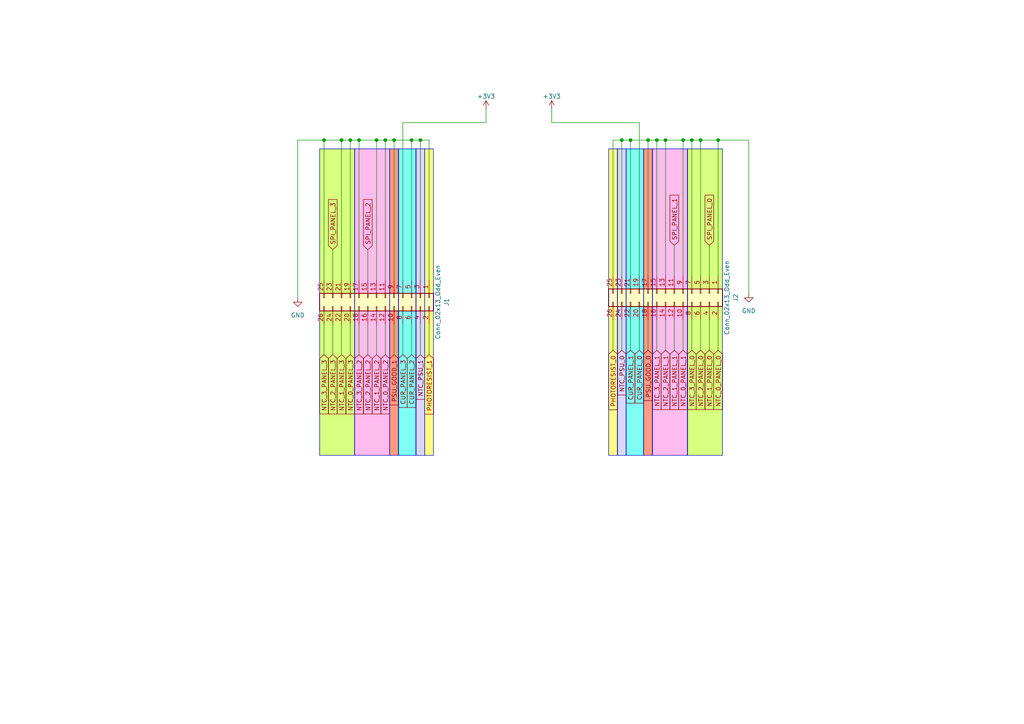
<source format=kicad_sch>
(kicad_sch (version 20230121) (generator eeschema)
  (paper "A4")
  (lib_symbols
    (symbol "Connector_Generic:Conn_02x13_Odd_Even" (pin_names (offset 1.016) hide)
      (property "Reference" "J" (at 1.27 17.78 0))
      (property "Value" "Conn_02x13_Odd_Even" (at 1.27 -17.78 0))
      (symbol "Conn_02x13_Odd_Even_1_1"
        (rectangle (start -1.27 -15.113) (end 0 -15.367) (stroke (width 0.1524)))
        (rectangle (start -1.27 -12.573) (end 0 -12.827) (stroke (width 0.1524)))
        (rectangle (start -1.27 -10.033) (end 0 -10.287) (stroke (width 0.1524)))
        (rectangle (start -1.27 -7.493) (end 0 -7.747) (stroke (width 0.1524)))
        (rectangle (start -1.27 -4.953) (end 0 -5.207) (stroke (width 0.1524)))
        (rectangle (start -1.27 -2.413) (end 0 -2.667) (stroke (width 0.1524)))
        (rectangle (start -1.27 0.127) (end 0 -0.127) (stroke (width 0.1524)))
        (rectangle (start -1.27 2.667) (end 0 2.413) (stroke (width 0.1524)))
        (rectangle (start -1.27 5.207) (end 0 4.953) (stroke (width 0.1524)))
        (rectangle (start -1.27 7.747) (end 0 7.493) (stroke (width 0.1524)))
        (rectangle (start -1.27 10.287) (end 0 10.033) (stroke (width 0.1524)))
        (rectangle (start -1.27 12.827) (end 0 12.573) (stroke (width 0.1524)))
        (rectangle (start -1.27 15.367) (end 0 15.113) (stroke (width 0.1524)))
        (rectangle (start -1.27 16.51) (end 3.81 -16.51) (stroke (width 0.254)) (fill (type background)))
        (rectangle (start 3.81 -15.113) (end 2.54 -15.367) (stroke (width 0.1524)))
        (rectangle (start 3.81 -12.573) (end 2.54 -12.827) (stroke (width 0.1524)))
        (rectangle (start 3.81 -10.033) (end 2.54 -10.287) (stroke (width 0.1524)))
        (rectangle (start 3.81 -7.493) (end 2.54 -7.747) (stroke (width 0.1524)))
        (rectangle (start 3.81 -4.953) (end 2.54 -5.207) (stroke (width 0.1524)))
        (rectangle (start 3.81 -2.413) (end 2.54 -2.667) (stroke (width 0.1524)))
        (rectangle (start 3.81 0.127) (end 2.54 -0.127) (stroke (width 0.1524)))
        (rectangle (start 3.81 2.667) (end 2.54 2.413) (stroke (width 0.1524)))
        (rectangle (start 3.81 5.207) (end 2.54 4.953) (stroke (width 0.1524)))
        (rectangle (start 3.81 7.747) (end 2.54 7.493) (stroke (width 0.1524)))
        (rectangle (start 3.81 10.287) (end 2.54 10.033) (stroke (width 0.1524)))
        (rectangle (start 3.81 12.827) (end 2.54 12.573) (stroke (width 0.1524)))
        (rectangle (start 3.81 15.367) (end 2.54 15.113) (stroke (width 0.1524)))
        (pin passive line (at -5.08 15.24 0) (length 3.81) (name "Pin_1") (number "1"))
        (pin passive line (at 7.62 5.08 180) (length 3.81) (name "Pin_10") (number "10"))
        (pin passive line (at -5.08 2.54 0) (length 3.81) (name "Pin_11") (number "11"))
        (pin passive line (at 7.62 2.54 180) (length 3.81) (name "Pin_12") (number "12"))
        (pin passive line (at -5.08 0 0) (length 3.81) (name "Pin_13") (number "13"))
        (pin passive line (at 7.62 0 180) (length 3.81) (name "Pin_14") (number "14"))
        (pin passive line (at -5.08 -2.54 0) (length 3.81) (name "Pin_15") (number "15"))
        (pin passive line (at 7.62 -2.54 180) (length 3.81) (name "Pin_16") (number "16"))
        (pin passive line (at -5.08 -5.08 0) (length 3.81) (name "Pin_17") (number "17"))
        (pin passive line (at 7.62 -5.08 180) (length 3.81) (name "Pin_18") (number "18"))
        (pin passive line (at -5.08 -7.62 0) (length 3.81) (name "Pin_19") (number "19"))
        (pin passive line (at 7.62 15.24 180) (length 3.81) (name "Pin_2") (number "2"))
        (pin passive line (at 7.62 -7.62 180) (length 3.81) (name "Pin_20") (number "20"))
        (pin passive line (at -5.08 -10.16 0) (length 3.81) (name "Pin_21") (number "21"))
        (pin passive line (at 7.62 -10.16 180) (length 3.81) (name "Pin_22") (number "22"))
        (pin passive line (at -5.08 -12.7 0) (length 3.81) (name "Pin_23") (number "23"))
        (pin passive line (at 7.62 -12.7 180) (length 3.81) (name "Pin_24") (number "24"))
        (pin passive line (at -5.08 -15.24 0) (length 3.81) (name "Pin_25") (number "25"))
        (pin passive line (at 7.62 -15.24 180) (length 3.81) (name "Pin_26") (number "26"))
        (pin passive line (at -5.08 12.7 0) (length 3.81) (name "Pin_3") (number "3"))
        (pin passive line (at 7.62 12.7 180) (length 3.81) (name "Pin_4") (number "4"))
        (pin passive line (at -5.08 10.16 0) (length 3.81) (name "Pin_5") (number "5"))
        (pin passive line (at 7.62 10.16 180) (length 3.81) (name "Pin_6") (number "6"))
        (pin passive line (at -5.08 7.62 0) (length 3.81) (name "Pin_7") (number "7"))
        (pin passive line (at 7.62 7.62 180) (length 3.81) (name "Pin_8") (number "8"))
        (pin passive line (at -5.08 5.08 0) (length 3.81) (name "Pin_9") (number "9"))
      )
    )
    (symbol "power:+3V3" (power) (pin_names (offset 0))
      (property "Value" "+3V3" (at 0 3.556 0))
      (symbol "+3V3_0_1"
        (polyline (pts (xy -0.762 1.27) (xy 0 2.54)))
        (polyline (pts (xy 0 0) (xy 0 2.54)))
        (polyline (pts (xy 0 2.54) (xy 0.762 1.27)))
      )
      (symbol "+3V3_1_1"
        (pin power_in line (at 0 0 90) (length 0) hide (name "+3V3") (number "1"))
      )
    )
    (symbol "power:GND" (power) (pin_names (offset 0))
      (property "Value" "GND" (at 0 -3.81 0))
      (symbol "GND_0_1"
        (polyline (pts (xy 0 0) (xy 0 -1.27) (xy 1.27 -1.27) (xy 0 -2.54) (xy -1.27 -1.27) (xy 0 -1.27)))
      )
      (symbol "GND_1_1"
        (pin power_in line (at 0 0 270) (length 0) hide (name "GND") (number "1"))
      )
    )
  )
  (junction (at 200.66 40.64))
  (junction (at 104.14 40.64))
  (junction (at 99.06 40.64))
  (junction (at 121.92 40.64))
  (junction (at 101.6 40.64))
  (junction (at 190.5 40.64))
  (junction (at 182.88 40.64))
  (junction (at 208.28 40.64))
  (junction (at 119.38 40.64))
  (junction (at 114.3 40.64))
  (junction (at 198.12 40.64))
  (junction (at 109.22 40.64))
  (junction (at 111.76 40.64))
  (junction (at 180.34 40.64))
  (junction (at 203.2 40.64))
  (junction (at 187.96 40.64))
  (junction (at 93.98 40.64))
  (junction (at 193.04 40.64))
  (wire (pts (xy 208.28 40.64) (xy 208.28 80.01)))
  (wire (pts (xy 193.04 40.64) (xy 193.04 80.01)))
  (wire (pts (xy 124.46 93.98) (xy 124.46 102.87)))
  (wire (pts (xy 195.58 71.12) (xy 195.58 80.01)))
  (wire (pts (xy 106.68 93.98) (xy 106.68 102.87)))
  (wire (pts (xy 104.14 40.64) (xy 104.14 81.28)))
  (wire (pts (xy 200.66 40.64) (xy 203.2 40.64)))
  (wire (pts (xy 185.42 35.56) (xy 160.02 35.56)))
  (wire (pts (xy 203.2 92.71) (xy 203.2 101.6)))
  (wire (pts (xy 119.38 93.98) (xy 119.38 102.87)))
  (wire (pts (xy 93.98 40.64) (xy 86.36 40.64)))
  (wire (pts (xy 198.12 40.64) (xy 198.12 80.01)))
  (wire (pts (xy 187.96 40.64) (xy 187.96 80.01)))
  (wire (pts (xy 111.76 40.64) (xy 109.22 40.64)))
  (wire (pts (xy 185.42 35.56) (xy 185.42 80.01)))
  (wire (pts (xy 101.6 93.98) (xy 101.6 102.87)))
  (wire (pts (xy 104.14 93.98) (xy 104.14 102.87)))
  (wire (pts (xy 177.8 92.71) (xy 177.8 101.6)))
  (wire (pts (xy 177.8 40.64) (xy 180.34 40.64)))
  (wire (pts (xy 93.98 40.64) (xy 93.98 81.28)))
  (wire (pts (xy 109.22 40.64) (xy 109.22 81.28)))
  (wire (pts (xy 93.98 93.98) (xy 93.98 102.87)))
  (wire (pts (xy 180.34 92.71) (xy 180.34 101.6)))
  (wire (pts (xy 116.84 35.56) (xy 140.97 35.56)))
  (wire (pts (xy 111.76 40.64) (xy 111.76 81.28)))
  (wire (pts (xy 121.92 40.64) (xy 121.92 81.28)))
  (wire (pts (xy 198.12 92.71) (xy 198.12 101.6)))
  (wire (pts (xy 109.22 93.98) (xy 109.22 102.87)))
  (wire (pts (xy 200.66 40.64) (xy 200.66 80.01)))
  (wire (pts (xy 195.58 92.71) (xy 195.58 101.6)))
  (wire (pts (xy 208.28 92.71) (xy 208.28 101.6)))
  (wire (pts (xy 121.92 40.64) (xy 119.38 40.64)))
  (wire (pts (xy 99.06 40.64) (xy 99.06 81.28)))
  (wire (pts (xy 185.42 92.71) (xy 185.42 101.6)))
  (wire (pts (xy 203.2 40.64) (xy 203.2 80.01)))
  (wire (pts (xy 101.6 40.64) (xy 101.6 81.28)))
  (wire (pts (xy 99.06 40.64) (xy 93.98 40.64)))
  (wire (pts (xy 119.38 40.64) (xy 114.3 40.64)))
  (wire (pts (xy 190.5 40.64) (xy 193.04 40.64)))
  (wire (pts (xy 101.6 40.64) (xy 99.06 40.64)))
  (wire (pts (xy 193.04 40.64) (xy 198.12 40.64)))
  (wire (pts (xy 190.5 92.71) (xy 190.5 101.6)))
  (wire (pts (xy 114.3 40.64) (xy 114.3 81.28)))
  (wire (pts (xy 205.74 92.71) (xy 205.74 101.6)))
  (wire (pts (xy 177.8 40.64) (xy 177.8 80.01)))
  (wire (pts (xy 217.17 40.64) (xy 217.17 85.09)))
  (wire (pts (xy 182.88 40.64) (xy 187.96 40.64)))
  (wire (pts (xy 104.14 40.64) (xy 101.6 40.64)))
  (wire (pts (xy 111.76 93.98) (xy 111.76 102.87)))
  (wire (pts (xy 96.52 72.39) (xy 96.52 81.28)))
  (wire (pts (xy 205.74 71.12) (xy 205.74 80.01)))
  (wire (pts (xy 187.96 92.71) (xy 187.96 101.6)))
  (wire (pts (xy 124.46 40.64) (xy 121.92 40.64)))
  (wire (pts (xy 140.97 35.56) (xy 140.97 31.75)))
  (wire (pts (xy 106.68 72.39) (xy 106.68 81.28)))
  (wire (pts (xy 182.88 40.64) (xy 182.88 80.01)))
  (wire (pts (xy 116.84 93.98) (xy 116.84 102.87)))
  (wire (pts (xy 119.38 40.64) (xy 119.38 81.28)))
  (wire (pts (xy 114.3 40.64) (xy 111.76 40.64)))
  (wire (pts (xy 193.04 92.71) (xy 193.04 101.6)))
  (wire (pts (xy 180.34 40.64) (xy 180.34 80.01)))
  (wire (pts (xy 203.2 40.64) (xy 208.28 40.64)))
  (wire (pts (xy 86.36 40.64) (xy 86.36 86.36)))
  (wire (pts (xy 187.96 40.64) (xy 190.5 40.64)))
  (wire (pts (xy 180.34 40.64) (xy 182.88 40.64)))
  (wire (pts (xy 200.66 92.71) (xy 200.66 101.6)))
  (wire (pts (xy 198.12 40.64) (xy 200.66 40.64)))
  (wire (pts (xy 114.3 93.98) (xy 114.3 102.87)))
  (wire (pts (xy 116.84 35.56) (xy 116.84 81.28)))
  (wire (pts (xy 160.02 35.56) (xy 160.02 31.75)))
  (wire (pts (xy 208.28 40.64) (xy 217.17 40.64)))
  (wire (pts (xy 124.46 40.64) (xy 124.46 81.28)))
  (wire (pts (xy 96.52 93.98) (xy 96.52 102.87)))
  (wire (pts (xy 109.22 40.64) (xy 104.14 40.64)))
  (wire (pts (xy 99.06 93.98) (xy 99.06 102.87)))
  (wire (pts (xy 182.88 92.71) (xy 182.88 101.6)))
  (wire (pts (xy 121.92 93.98) (xy 121.92 102.87)))
  (wire (pts (xy 190.5 40.64) (xy 190.5 80.01)))
  (rectangle (start 199.39 43.18) (end 209.55 132.08) (fill (type color) (color 178 255 0 0.5)))
  (rectangle (start 102.87 43.18) (end 113.03 132.08) (fill (type color) (color 255 121 220 0.5019607843)))
  (rectangle (start 186.69 43.18) (end 189.23 132.08) (fill (type color) (color 255 56 0 0.5)))
  (rectangle (start 181.61 43.18) (end 186.69 132.08) (fill (type color) (color 0 255 235 0.5)))
  (rectangle (start 120.65 43.18) (end 123.19 132.08) (fill (type color) (color 180 177 255 0.5)))
  (rectangle (start 113.03 43.18) (end 115.57 132.08) (fill (type color) (color 255 56 0 0.5)))
  (rectangle (start 179.07 43.18) (end 181.61 132.08) (fill (type color) (color 180 177 255 0.5)))
  (rectangle (start 176.53 43.18) (end 179.07 132.08) (fill (type color) (color 255 251 0 0.5)))
  (rectangle (start 123.19 43.18) (end 125.73 132.08) (fill (type color) (color 255 251 0 0.5)))
  (rectangle (start 92.71 43.18) (end 102.87 132.08) (fill (type color) (color 178 255 0 0.5)))
  (rectangle (start 115.57 43.18) (end 120.65 132.08) (fill (type color) (color 0 255 235 0.5)))
  (rectangle (start 189.23 43.18) (end 199.39 132.08) (fill (type color) (color 255 121 220 0.5019607843)))
  (global_label "NTC_1_PANEL_3" (shape input) (at 99.06 102.87 270) (property "Intersheetrefs" "${INTERSHEET_REFS}" (effects hide)))
  (global_label "SPI_PANEL_2" (shape input) (at 106.68 72.39 90) (property "Intersheetrefs" "${INTERSHEET_REFS}" (effects hide)))
  (global_label "NTC_1_PANEL_0" (shape input) (at 205.74 101.6 270) (property "Intersheetrefs" "${INTERSHEET_REFS}" (effects hide)))
  (global_label "PSU_GOOD_0" (shape input) (at 187.96 101.6 270) (property "Intersheetrefs" "${INTERSHEET_REFS}" (effects hide)))
  (global_label "NTC_0_PANEL_3" (shape input) (at 101.6 102.87 270) (property "Intersheetrefs" "${INTERSHEET_REFS}" (effects hide)))
  (global_label "PSU_GOOD_1" (shape input) (at 114.3 102.87 270) (property "Intersheetrefs" "${INTERSHEET_REFS}" (effects hide)))
  (global_label "NTC_3_PANEL_2" (shape input) (at 104.14 102.87 270) (property "Intersheetrefs" "${INTERSHEET_REFS}" (effects hide)))
  (global_label "NTC_2_PANEL_0" (shape input) (at 203.2 101.6 270) (property "Intersheetrefs" "${INTERSHEET_REFS}" (effects hide)))
  (global_label "NTC_1_PANEL_2" (shape input) (at 109.22 102.87 270) (property "Intersheetrefs" "${INTERSHEET_REFS}" (effects hide)))
  (global_label "PHOTORESIST_1" (shape input) (at 124.46 102.87 270) (property "Intersheetrefs" "${INTERSHEET_REFS}" (effects hide)))
  (global_label "NTC_1_PANEL_1" (shape input) (at 195.58 101.6 270) (property "Intersheetrefs" "${INTERSHEET_REFS}" (effects hide)))
  (global_label "NTC_2_PANEL_2" (shape input) (at 106.68 102.87 270) (property "Intersheetrefs" "${INTERSHEET_REFS}" (effects hide)))
  (global_label "SPI_PANEL_3" (shape input) (at 96.52 72.39 90) (property "Intersheetrefs" "${INTERSHEET_REFS}" (effects hide)))
  (global_label "CUR_PANEL_0" (shape input) (at 185.42 101.6 270) (property "Intersheetrefs" "${INTERSHEET_REFS}" (effects hide)))
  (global_label "SPI_PANEL_0" (shape input) (at 205.74 71.12 90) (property "Intersheetrefs" "${INTERSHEET_REFS}" (effects hide)))
  (global_label "SPI_PANEL_1" (shape input) (at 195.58 71.12 90) (property "Intersheetrefs" "${INTERSHEET_REFS}" (effects hide)))
  (global_label "NTC_3_PANEL_1" (shape input) (at 190.5 101.6 270) (property "Intersheetrefs" "${INTERSHEET_REFS}" (effects hide)))
  (global_label "PHOTORESIST_0" (shape input) (at 177.8 101.6 270) (property "Intersheetrefs" "${INTERSHEET_REFS}" (effects hide)))
  (global_label "CUR_PANEL_3" (shape input) (at 116.84 102.87 270) (property "Intersheetrefs" "${INTERSHEET_REFS}" (effects hide)))
  (global_label "NTC_0_PANEL_0" (shape input) (at 208.28 101.6 270) (property "Intersheetrefs" "${INTERSHEET_REFS}" (effects hide)))
  (global_label "NTC_0_PANEL_2" (shape input) (at 111.76 102.87 270) (property "Intersheetrefs" "${INTERSHEET_REFS}" (effects hide)))
  (global_label "NTC_PSU_1" (shape input) (at 121.92 102.87 270) (property "Intersheetrefs" "${INTERSHEET_REFS}" (effects hide)))
  (global_label "NTC_3_PANEL_0" (shape input) (at 200.66 101.6 270) (property "Intersheetrefs" "${INTERSHEET_REFS}" (effects hide)))
  (global_label "CUR_PANEL_1" (shape input) (at 182.88 101.6 270) (property "Intersheetrefs" "${INTERSHEET_REFS}" (effects hide)))
  (global_label "NTC_2_PANEL_3" (shape input) (at 96.52 102.87 270) (property "Intersheetrefs" "${INTERSHEET_REFS}" (effects hide)))
  (global_label "NTC_0_PANEL_1" (shape input) (at 198.12 101.6 270) (property "Intersheetrefs" "${INTERSHEET_REFS}" (effects hide)))
  (global_label "NTC_3_PANEL_3" (shape input) (at 93.98 102.87 270) (property "Intersheetrefs" "${INTERSHEET_REFS}" (effects hide)))
  (global_label "NTC_2_PANEL_1" (shape input) (at 193.04 101.6 270) (property "Intersheetrefs" "${INTERSHEET_REFS}" (effects hide)))
  (global_label "NTC_PSU_0" (shape input) (at 180.34 101.6 270) (property "Intersheetrefs" "${INTERSHEET_REFS}" (effects hide)))
  (global_label "CUR_PANEL_2" (shape input) (at 119.38 102.87 270) (property "Intersheetrefs" "${INTERSHEET_REFS}" (effects hide)))
  (symbol (lib_id "Connector_Generic:Conn_02x13_Odd_Even") (at 193.04 85.09 270) (unit 1)
    (property "Reference" "J2" (at 213.36 86.36 0))
    (property "Value" "Conn_02x13_Odd_Even" (at 210.82 86.36 0))
    (property "Footprint" "Connector_IDC:IDC-Header_2x13_P2.54mm_Vertical" (effects hide))
  )
  (symbol (lib_id "power:GND") (at 86.36 86.36 0) (unit 1)
    (property "Reference" "#PWR01" (effects hide))
    (property "Value" "GND" (at 86.36 91.44 0))
    (instances (project "ledian-support-board" (path "" (reference "#PWR01") (unit 1)) (path "" (reference "#PWR01") (unit 1)) (path "" (reference "#PWR08") (unit 1)) (path "" (reference "#PWR098") (unit 1))))
  )
  (symbol (lib_id "power:+3V3") (at 140.97 31.75 0) (unit 1)
    (property "Reference" "#PWR027" (effects hide))
    (property "Value" "+3V3" (at 140.97 27.94 0))
    (instances (project "ledian-support-board" (path "" (reference "#PWR027") (unit 1)) (path "" (reference "#PWR07") (unit 1)) (path "" (reference "#PWR088") (unit 1)) (path "" (reference "#PWR080") (unit 1))))
  )
  (symbol (lib_id "Connector_Generic:Conn_02x13_Odd_Even") (at 109.22 86.36 270) (unit 1)
    (property "Reference" "J1" (at 129.54 87.63 0))
    (property "Value" "Conn_02x13_Odd_Even" (at 127 87.63 0))
    (property "Footprint" "Connector_IDC:IDC-Header_2x13_P2.54mm_Vertical" (effects hide))
  )
  (symbol (lib_id "power:GND") (at 217.17 85.09 0) (unit 1)
    (property "Reference" "#PWR01" (effects hide))
    (property "Value" "GND" (at 217.17 90.17 0))
    (instances (project "ledian-support-board" (path "" (reference "#PWR01") (unit 1)) (path "" (reference "#PWR01") (unit 1)) (path "" (reference "#PWR08") (unit 1)) (path "" (reference "#PWR099") (unit 1))))
  )
  (symbol (lib_id "power:+3V3") (at 160.02 31.75 0) (mirror y) (unit 1)
    (property "Reference" "#PWR027" (effects hide))
    (property "Value" "+3V3" (at 160.02 27.94 0))
    (instances (project "ledian-support-board" (path "" (reference "#PWR027") (unit 1)) (path "" (reference "#PWR07") (unit 1)) (path "" (reference "#PWR088") (unit 1)) (path "" (reference "#PWR082") (unit 1))))
  )
)
</source>
